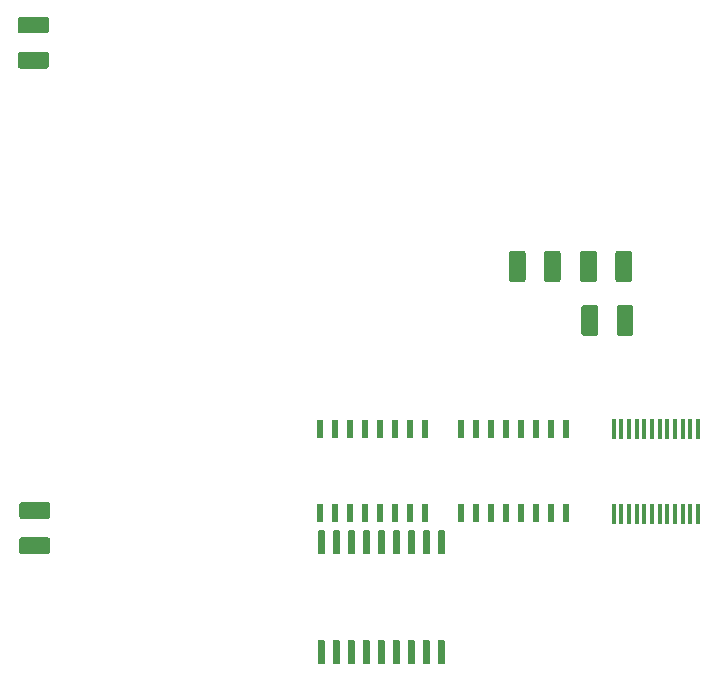
<source format=gbr>
G04 #@! TF.GenerationSoftware,KiCad,Pcbnew,(5.1.4-0-10_14)*
G04 #@! TF.CreationDate,2020-02-23T16:46:41+00:00*
G04 #@! TF.ProjectId,Bottom PCB,426f7474-6f6d-4205-9043-422e6b696361,rev?*
G04 #@! TF.SameCoordinates,Original*
G04 #@! TF.FileFunction,Paste,Bot*
G04 #@! TF.FilePolarity,Positive*
%FSLAX46Y46*%
G04 Gerber Fmt 4.6, Leading zero omitted, Abs format (unit mm)*
G04 Created by KiCad (PCBNEW (5.1.4-0-10_14)) date 2020-02-23 16:46:41*
%MOMM*%
%LPD*%
G04 APERTURE LIST*
%ADD10C,0.100000*%
%ADD11C,0.600000*%
%ADD12R,0.450000X1.750000*%
%ADD13C,1.425000*%
%ADD14R,0.600000X1.500000*%
G04 APERTURE END LIST*
D10*
G36*
X139102703Y-119703722D02*
G01*
X139117264Y-119705882D01*
X139131543Y-119709459D01*
X139145403Y-119714418D01*
X139158710Y-119720712D01*
X139171336Y-119728280D01*
X139183159Y-119737048D01*
X139194066Y-119746934D01*
X139203952Y-119757841D01*
X139212720Y-119769664D01*
X139220288Y-119782290D01*
X139226582Y-119795597D01*
X139231541Y-119809457D01*
X139235118Y-119823736D01*
X139237278Y-119838297D01*
X139238000Y-119853000D01*
X139238000Y-121603000D01*
X139237278Y-121617703D01*
X139235118Y-121632264D01*
X139231541Y-121646543D01*
X139226582Y-121660403D01*
X139220288Y-121673710D01*
X139212720Y-121686336D01*
X139203952Y-121698159D01*
X139194066Y-121709066D01*
X139183159Y-121718952D01*
X139171336Y-121727720D01*
X139158710Y-121735288D01*
X139145403Y-121741582D01*
X139131543Y-121746541D01*
X139117264Y-121750118D01*
X139102703Y-121752278D01*
X139088000Y-121753000D01*
X138788000Y-121753000D01*
X138773297Y-121752278D01*
X138758736Y-121750118D01*
X138744457Y-121746541D01*
X138730597Y-121741582D01*
X138717290Y-121735288D01*
X138704664Y-121727720D01*
X138692841Y-121718952D01*
X138681934Y-121709066D01*
X138672048Y-121698159D01*
X138663280Y-121686336D01*
X138655712Y-121673710D01*
X138649418Y-121660403D01*
X138644459Y-121646543D01*
X138640882Y-121632264D01*
X138638722Y-121617703D01*
X138638000Y-121603000D01*
X138638000Y-119853000D01*
X138638722Y-119838297D01*
X138640882Y-119823736D01*
X138644459Y-119809457D01*
X138649418Y-119795597D01*
X138655712Y-119782290D01*
X138663280Y-119769664D01*
X138672048Y-119757841D01*
X138681934Y-119746934D01*
X138692841Y-119737048D01*
X138704664Y-119728280D01*
X138717290Y-119720712D01*
X138730597Y-119714418D01*
X138744457Y-119709459D01*
X138758736Y-119705882D01*
X138773297Y-119703722D01*
X138788000Y-119703000D01*
X139088000Y-119703000D01*
X139102703Y-119703722D01*
X139102703Y-119703722D01*
G37*
D11*
X138938000Y-120728000D03*
D10*
G36*
X140372703Y-119703722D02*
G01*
X140387264Y-119705882D01*
X140401543Y-119709459D01*
X140415403Y-119714418D01*
X140428710Y-119720712D01*
X140441336Y-119728280D01*
X140453159Y-119737048D01*
X140464066Y-119746934D01*
X140473952Y-119757841D01*
X140482720Y-119769664D01*
X140490288Y-119782290D01*
X140496582Y-119795597D01*
X140501541Y-119809457D01*
X140505118Y-119823736D01*
X140507278Y-119838297D01*
X140508000Y-119853000D01*
X140508000Y-121603000D01*
X140507278Y-121617703D01*
X140505118Y-121632264D01*
X140501541Y-121646543D01*
X140496582Y-121660403D01*
X140490288Y-121673710D01*
X140482720Y-121686336D01*
X140473952Y-121698159D01*
X140464066Y-121709066D01*
X140453159Y-121718952D01*
X140441336Y-121727720D01*
X140428710Y-121735288D01*
X140415403Y-121741582D01*
X140401543Y-121746541D01*
X140387264Y-121750118D01*
X140372703Y-121752278D01*
X140358000Y-121753000D01*
X140058000Y-121753000D01*
X140043297Y-121752278D01*
X140028736Y-121750118D01*
X140014457Y-121746541D01*
X140000597Y-121741582D01*
X139987290Y-121735288D01*
X139974664Y-121727720D01*
X139962841Y-121718952D01*
X139951934Y-121709066D01*
X139942048Y-121698159D01*
X139933280Y-121686336D01*
X139925712Y-121673710D01*
X139919418Y-121660403D01*
X139914459Y-121646543D01*
X139910882Y-121632264D01*
X139908722Y-121617703D01*
X139908000Y-121603000D01*
X139908000Y-119853000D01*
X139908722Y-119838297D01*
X139910882Y-119823736D01*
X139914459Y-119809457D01*
X139919418Y-119795597D01*
X139925712Y-119782290D01*
X139933280Y-119769664D01*
X139942048Y-119757841D01*
X139951934Y-119746934D01*
X139962841Y-119737048D01*
X139974664Y-119728280D01*
X139987290Y-119720712D01*
X140000597Y-119714418D01*
X140014457Y-119709459D01*
X140028736Y-119705882D01*
X140043297Y-119703722D01*
X140058000Y-119703000D01*
X140358000Y-119703000D01*
X140372703Y-119703722D01*
X140372703Y-119703722D01*
G37*
D11*
X140208000Y-120728000D03*
D10*
G36*
X141642703Y-119703722D02*
G01*
X141657264Y-119705882D01*
X141671543Y-119709459D01*
X141685403Y-119714418D01*
X141698710Y-119720712D01*
X141711336Y-119728280D01*
X141723159Y-119737048D01*
X141734066Y-119746934D01*
X141743952Y-119757841D01*
X141752720Y-119769664D01*
X141760288Y-119782290D01*
X141766582Y-119795597D01*
X141771541Y-119809457D01*
X141775118Y-119823736D01*
X141777278Y-119838297D01*
X141778000Y-119853000D01*
X141778000Y-121603000D01*
X141777278Y-121617703D01*
X141775118Y-121632264D01*
X141771541Y-121646543D01*
X141766582Y-121660403D01*
X141760288Y-121673710D01*
X141752720Y-121686336D01*
X141743952Y-121698159D01*
X141734066Y-121709066D01*
X141723159Y-121718952D01*
X141711336Y-121727720D01*
X141698710Y-121735288D01*
X141685403Y-121741582D01*
X141671543Y-121746541D01*
X141657264Y-121750118D01*
X141642703Y-121752278D01*
X141628000Y-121753000D01*
X141328000Y-121753000D01*
X141313297Y-121752278D01*
X141298736Y-121750118D01*
X141284457Y-121746541D01*
X141270597Y-121741582D01*
X141257290Y-121735288D01*
X141244664Y-121727720D01*
X141232841Y-121718952D01*
X141221934Y-121709066D01*
X141212048Y-121698159D01*
X141203280Y-121686336D01*
X141195712Y-121673710D01*
X141189418Y-121660403D01*
X141184459Y-121646543D01*
X141180882Y-121632264D01*
X141178722Y-121617703D01*
X141178000Y-121603000D01*
X141178000Y-119853000D01*
X141178722Y-119838297D01*
X141180882Y-119823736D01*
X141184459Y-119809457D01*
X141189418Y-119795597D01*
X141195712Y-119782290D01*
X141203280Y-119769664D01*
X141212048Y-119757841D01*
X141221934Y-119746934D01*
X141232841Y-119737048D01*
X141244664Y-119728280D01*
X141257290Y-119720712D01*
X141270597Y-119714418D01*
X141284457Y-119709459D01*
X141298736Y-119705882D01*
X141313297Y-119703722D01*
X141328000Y-119703000D01*
X141628000Y-119703000D01*
X141642703Y-119703722D01*
X141642703Y-119703722D01*
G37*
D11*
X141478000Y-120728000D03*
D10*
G36*
X142912703Y-119703722D02*
G01*
X142927264Y-119705882D01*
X142941543Y-119709459D01*
X142955403Y-119714418D01*
X142968710Y-119720712D01*
X142981336Y-119728280D01*
X142993159Y-119737048D01*
X143004066Y-119746934D01*
X143013952Y-119757841D01*
X143022720Y-119769664D01*
X143030288Y-119782290D01*
X143036582Y-119795597D01*
X143041541Y-119809457D01*
X143045118Y-119823736D01*
X143047278Y-119838297D01*
X143048000Y-119853000D01*
X143048000Y-121603000D01*
X143047278Y-121617703D01*
X143045118Y-121632264D01*
X143041541Y-121646543D01*
X143036582Y-121660403D01*
X143030288Y-121673710D01*
X143022720Y-121686336D01*
X143013952Y-121698159D01*
X143004066Y-121709066D01*
X142993159Y-121718952D01*
X142981336Y-121727720D01*
X142968710Y-121735288D01*
X142955403Y-121741582D01*
X142941543Y-121746541D01*
X142927264Y-121750118D01*
X142912703Y-121752278D01*
X142898000Y-121753000D01*
X142598000Y-121753000D01*
X142583297Y-121752278D01*
X142568736Y-121750118D01*
X142554457Y-121746541D01*
X142540597Y-121741582D01*
X142527290Y-121735288D01*
X142514664Y-121727720D01*
X142502841Y-121718952D01*
X142491934Y-121709066D01*
X142482048Y-121698159D01*
X142473280Y-121686336D01*
X142465712Y-121673710D01*
X142459418Y-121660403D01*
X142454459Y-121646543D01*
X142450882Y-121632264D01*
X142448722Y-121617703D01*
X142448000Y-121603000D01*
X142448000Y-119853000D01*
X142448722Y-119838297D01*
X142450882Y-119823736D01*
X142454459Y-119809457D01*
X142459418Y-119795597D01*
X142465712Y-119782290D01*
X142473280Y-119769664D01*
X142482048Y-119757841D01*
X142491934Y-119746934D01*
X142502841Y-119737048D01*
X142514664Y-119728280D01*
X142527290Y-119720712D01*
X142540597Y-119714418D01*
X142554457Y-119709459D01*
X142568736Y-119705882D01*
X142583297Y-119703722D01*
X142598000Y-119703000D01*
X142898000Y-119703000D01*
X142912703Y-119703722D01*
X142912703Y-119703722D01*
G37*
D11*
X142748000Y-120728000D03*
D10*
G36*
X144182703Y-119703722D02*
G01*
X144197264Y-119705882D01*
X144211543Y-119709459D01*
X144225403Y-119714418D01*
X144238710Y-119720712D01*
X144251336Y-119728280D01*
X144263159Y-119737048D01*
X144274066Y-119746934D01*
X144283952Y-119757841D01*
X144292720Y-119769664D01*
X144300288Y-119782290D01*
X144306582Y-119795597D01*
X144311541Y-119809457D01*
X144315118Y-119823736D01*
X144317278Y-119838297D01*
X144318000Y-119853000D01*
X144318000Y-121603000D01*
X144317278Y-121617703D01*
X144315118Y-121632264D01*
X144311541Y-121646543D01*
X144306582Y-121660403D01*
X144300288Y-121673710D01*
X144292720Y-121686336D01*
X144283952Y-121698159D01*
X144274066Y-121709066D01*
X144263159Y-121718952D01*
X144251336Y-121727720D01*
X144238710Y-121735288D01*
X144225403Y-121741582D01*
X144211543Y-121746541D01*
X144197264Y-121750118D01*
X144182703Y-121752278D01*
X144168000Y-121753000D01*
X143868000Y-121753000D01*
X143853297Y-121752278D01*
X143838736Y-121750118D01*
X143824457Y-121746541D01*
X143810597Y-121741582D01*
X143797290Y-121735288D01*
X143784664Y-121727720D01*
X143772841Y-121718952D01*
X143761934Y-121709066D01*
X143752048Y-121698159D01*
X143743280Y-121686336D01*
X143735712Y-121673710D01*
X143729418Y-121660403D01*
X143724459Y-121646543D01*
X143720882Y-121632264D01*
X143718722Y-121617703D01*
X143718000Y-121603000D01*
X143718000Y-119853000D01*
X143718722Y-119838297D01*
X143720882Y-119823736D01*
X143724459Y-119809457D01*
X143729418Y-119795597D01*
X143735712Y-119782290D01*
X143743280Y-119769664D01*
X143752048Y-119757841D01*
X143761934Y-119746934D01*
X143772841Y-119737048D01*
X143784664Y-119728280D01*
X143797290Y-119720712D01*
X143810597Y-119714418D01*
X143824457Y-119709459D01*
X143838736Y-119705882D01*
X143853297Y-119703722D01*
X143868000Y-119703000D01*
X144168000Y-119703000D01*
X144182703Y-119703722D01*
X144182703Y-119703722D01*
G37*
D11*
X144018000Y-120728000D03*
D10*
G36*
X145452703Y-119703722D02*
G01*
X145467264Y-119705882D01*
X145481543Y-119709459D01*
X145495403Y-119714418D01*
X145508710Y-119720712D01*
X145521336Y-119728280D01*
X145533159Y-119737048D01*
X145544066Y-119746934D01*
X145553952Y-119757841D01*
X145562720Y-119769664D01*
X145570288Y-119782290D01*
X145576582Y-119795597D01*
X145581541Y-119809457D01*
X145585118Y-119823736D01*
X145587278Y-119838297D01*
X145588000Y-119853000D01*
X145588000Y-121603000D01*
X145587278Y-121617703D01*
X145585118Y-121632264D01*
X145581541Y-121646543D01*
X145576582Y-121660403D01*
X145570288Y-121673710D01*
X145562720Y-121686336D01*
X145553952Y-121698159D01*
X145544066Y-121709066D01*
X145533159Y-121718952D01*
X145521336Y-121727720D01*
X145508710Y-121735288D01*
X145495403Y-121741582D01*
X145481543Y-121746541D01*
X145467264Y-121750118D01*
X145452703Y-121752278D01*
X145438000Y-121753000D01*
X145138000Y-121753000D01*
X145123297Y-121752278D01*
X145108736Y-121750118D01*
X145094457Y-121746541D01*
X145080597Y-121741582D01*
X145067290Y-121735288D01*
X145054664Y-121727720D01*
X145042841Y-121718952D01*
X145031934Y-121709066D01*
X145022048Y-121698159D01*
X145013280Y-121686336D01*
X145005712Y-121673710D01*
X144999418Y-121660403D01*
X144994459Y-121646543D01*
X144990882Y-121632264D01*
X144988722Y-121617703D01*
X144988000Y-121603000D01*
X144988000Y-119853000D01*
X144988722Y-119838297D01*
X144990882Y-119823736D01*
X144994459Y-119809457D01*
X144999418Y-119795597D01*
X145005712Y-119782290D01*
X145013280Y-119769664D01*
X145022048Y-119757841D01*
X145031934Y-119746934D01*
X145042841Y-119737048D01*
X145054664Y-119728280D01*
X145067290Y-119720712D01*
X145080597Y-119714418D01*
X145094457Y-119709459D01*
X145108736Y-119705882D01*
X145123297Y-119703722D01*
X145138000Y-119703000D01*
X145438000Y-119703000D01*
X145452703Y-119703722D01*
X145452703Y-119703722D01*
G37*
D11*
X145288000Y-120728000D03*
D10*
G36*
X146722703Y-119703722D02*
G01*
X146737264Y-119705882D01*
X146751543Y-119709459D01*
X146765403Y-119714418D01*
X146778710Y-119720712D01*
X146791336Y-119728280D01*
X146803159Y-119737048D01*
X146814066Y-119746934D01*
X146823952Y-119757841D01*
X146832720Y-119769664D01*
X146840288Y-119782290D01*
X146846582Y-119795597D01*
X146851541Y-119809457D01*
X146855118Y-119823736D01*
X146857278Y-119838297D01*
X146858000Y-119853000D01*
X146858000Y-121603000D01*
X146857278Y-121617703D01*
X146855118Y-121632264D01*
X146851541Y-121646543D01*
X146846582Y-121660403D01*
X146840288Y-121673710D01*
X146832720Y-121686336D01*
X146823952Y-121698159D01*
X146814066Y-121709066D01*
X146803159Y-121718952D01*
X146791336Y-121727720D01*
X146778710Y-121735288D01*
X146765403Y-121741582D01*
X146751543Y-121746541D01*
X146737264Y-121750118D01*
X146722703Y-121752278D01*
X146708000Y-121753000D01*
X146408000Y-121753000D01*
X146393297Y-121752278D01*
X146378736Y-121750118D01*
X146364457Y-121746541D01*
X146350597Y-121741582D01*
X146337290Y-121735288D01*
X146324664Y-121727720D01*
X146312841Y-121718952D01*
X146301934Y-121709066D01*
X146292048Y-121698159D01*
X146283280Y-121686336D01*
X146275712Y-121673710D01*
X146269418Y-121660403D01*
X146264459Y-121646543D01*
X146260882Y-121632264D01*
X146258722Y-121617703D01*
X146258000Y-121603000D01*
X146258000Y-119853000D01*
X146258722Y-119838297D01*
X146260882Y-119823736D01*
X146264459Y-119809457D01*
X146269418Y-119795597D01*
X146275712Y-119782290D01*
X146283280Y-119769664D01*
X146292048Y-119757841D01*
X146301934Y-119746934D01*
X146312841Y-119737048D01*
X146324664Y-119728280D01*
X146337290Y-119720712D01*
X146350597Y-119714418D01*
X146364457Y-119709459D01*
X146378736Y-119705882D01*
X146393297Y-119703722D01*
X146408000Y-119703000D01*
X146708000Y-119703000D01*
X146722703Y-119703722D01*
X146722703Y-119703722D01*
G37*
D11*
X146558000Y-120728000D03*
D10*
G36*
X147992703Y-119703722D02*
G01*
X148007264Y-119705882D01*
X148021543Y-119709459D01*
X148035403Y-119714418D01*
X148048710Y-119720712D01*
X148061336Y-119728280D01*
X148073159Y-119737048D01*
X148084066Y-119746934D01*
X148093952Y-119757841D01*
X148102720Y-119769664D01*
X148110288Y-119782290D01*
X148116582Y-119795597D01*
X148121541Y-119809457D01*
X148125118Y-119823736D01*
X148127278Y-119838297D01*
X148128000Y-119853000D01*
X148128000Y-121603000D01*
X148127278Y-121617703D01*
X148125118Y-121632264D01*
X148121541Y-121646543D01*
X148116582Y-121660403D01*
X148110288Y-121673710D01*
X148102720Y-121686336D01*
X148093952Y-121698159D01*
X148084066Y-121709066D01*
X148073159Y-121718952D01*
X148061336Y-121727720D01*
X148048710Y-121735288D01*
X148035403Y-121741582D01*
X148021543Y-121746541D01*
X148007264Y-121750118D01*
X147992703Y-121752278D01*
X147978000Y-121753000D01*
X147678000Y-121753000D01*
X147663297Y-121752278D01*
X147648736Y-121750118D01*
X147634457Y-121746541D01*
X147620597Y-121741582D01*
X147607290Y-121735288D01*
X147594664Y-121727720D01*
X147582841Y-121718952D01*
X147571934Y-121709066D01*
X147562048Y-121698159D01*
X147553280Y-121686336D01*
X147545712Y-121673710D01*
X147539418Y-121660403D01*
X147534459Y-121646543D01*
X147530882Y-121632264D01*
X147528722Y-121617703D01*
X147528000Y-121603000D01*
X147528000Y-119853000D01*
X147528722Y-119838297D01*
X147530882Y-119823736D01*
X147534459Y-119809457D01*
X147539418Y-119795597D01*
X147545712Y-119782290D01*
X147553280Y-119769664D01*
X147562048Y-119757841D01*
X147571934Y-119746934D01*
X147582841Y-119737048D01*
X147594664Y-119728280D01*
X147607290Y-119720712D01*
X147620597Y-119714418D01*
X147634457Y-119709459D01*
X147648736Y-119705882D01*
X147663297Y-119703722D01*
X147678000Y-119703000D01*
X147978000Y-119703000D01*
X147992703Y-119703722D01*
X147992703Y-119703722D01*
G37*
D11*
X147828000Y-120728000D03*
D10*
G36*
X149262703Y-119703722D02*
G01*
X149277264Y-119705882D01*
X149291543Y-119709459D01*
X149305403Y-119714418D01*
X149318710Y-119720712D01*
X149331336Y-119728280D01*
X149343159Y-119737048D01*
X149354066Y-119746934D01*
X149363952Y-119757841D01*
X149372720Y-119769664D01*
X149380288Y-119782290D01*
X149386582Y-119795597D01*
X149391541Y-119809457D01*
X149395118Y-119823736D01*
X149397278Y-119838297D01*
X149398000Y-119853000D01*
X149398000Y-121603000D01*
X149397278Y-121617703D01*
X149395118Y-121632264D01*
X149391541Y-121646543D01*
X149386582Y-121660403D01*
X149380288Y-121673710D01*
X149372720Y-121686336D01*
X149363952Y-121698159D01*
X149354066Y-121709066D01*
X149343159Y-121718952D01*
X149331336Y-121727720D01*
X149318710Y-121735288D01*
X149305403Y-121741582D01*
X149291543Y-121746541D01*
X149277264Y-121750118D01*
X149262703Y-121752278D01*
X149248000Y-121753000D01*
X148948000Y-121753000D01*
X148933297Y-121752278D01*
X148918736Y-121750118D01*
X148904457Y-121746541D01*
X148890597Y-121741582D01*
X148877290Y-121735288D01*
X148864664Y-121727720D01*
X148852841Y-121718952D01*
X148841934Y-121709066D01*
X148832048Y-121698159D01*
X148823280Y-121686336D01*
X148815712Y-121673710D01*
X148809418Y-121660403D01*
X148804459Y-121646543D01*
X148800882Y-121632264D01*
X148798722Y-121617703D01*
X148798000Y-121603000D01*
X148798000Y-119853000D01*
X148798722Y-119838297D01*
X148800882Y-119823736D01*
X148804459Y-119809457D01*
X148809418Y-119795597D01*
X148815712Y-119782290D01*
X148823280Y-119769664D01*
X148832048Y-119757841D01*
X148841934Y-119746934D01*
X148852841Y-119737048D01*
X148864664Y-119728280D01*
X148877290Y-119720712D01*
X148890597Y-119714418D01*
X148904457Y-119709459D01*
X148918736Y-119705882D01*
X148933297Y-119703722D01*
X148948000Y-119703000D01*
X149248000Y-119703000D01*
X149262703Y-119703722D01*
X149262703Y-119703722D01*
G37*
D11*
X149098000Y-120728000D03*
D10*
G36*
X149262703Y-110403722D02*
G01*
X149277264Y-110405882D01*
X149291543Y-110409459D01*
X149305403Y-110414418D01*
X149318710Y-110420712D01*
X149331336Y-110428280D01*
X149343159Y-110437048D01*
X149354066Y-110446934D01*
X149363952Y-110457841D01*
X149372720Y-110469664D01*
X149380288Y-110482290D01*
X149386582Y-110495597D01*
X149391541Y-110509457D01*
X149395118Y-110523736D01*
X149397278Y-110538297D01*
X149398000Y-110553000D01*
X149398000Y-112303000D01*
X149397278Y-112317703D01*
X149395118Y-112332264D01*
X149391541Y-112346543D01*
X149386582Y-112360403D01*
X149380288Y-112373710D01*
X149372720Y-112386336D01*
X149363952Y-112398159D01*
X149354066Y-112409066D01*
X149343159Y-112418952D01*
X149331336Y-112427720D01*
X149318710Y-112435288D01*
X149305403Y-112441582D01*
X149291543Y-112446541D01*
X149277264Y-112450118D01*
X149262703Y-112452278D01*
X149248000Y-112453000D01*
X148948000Y-112453000D01*
X148933297Y-112452278D01*
X148918736Y-112450118D01*
X148904457Y-112446541D01*
X148890597Y-112441582D01*
X148877290Y-112435288D01*
X148864664Y-112427720D01*
X148852841Y-112418952D01*
X148841934Y-112409066D01*
X148832048Y-112398159D01*
X148823280Y-112386336D01*
X148815712Y-112373710D01*
X148809418Y-112360403D01*
X148804459Y-112346543D01*
X148800882Y-112332264D01*
X148798722Y-112317703D01*
X148798000Y-112303000D01*
X148798000Y-110553000D01*
X148798722Y-110538297D01*
X148800882Y-110523736D01*
X148804459Y-110509457D01*
X148809418Y-110495597D01*
X148815712Y-110482290D01*
X148823280Y-110469664D01*
X148832048Y-110457841D01*
X148841934Y-110446934D01*
X148852841Y-110437048D01*
X148864664Y-110428280D01*
X148877290Y-110420712D01*
X148890597Y-110414418D01*
X148904457Y-110409459D01*
X148918736Y-110405882D01*
X148933297Y-110403722D01*
X148948000Y-110403000D01*
X149248000Y-110403000D01*
X149262703Y-110403722D01*
X149262703Y-110403722D01*
G37*
D11*
X149098000Y-111428000D03*
D10*
G36*
X147992703Y-110403722D02*
G01*
X148007264Y-110405882D01*
X148021543Y-110409459D01*
X148035403Y-110414418D01*
X148048710Y-110420712D01*
X148061336Y-110428280D01*
X148073159Y-110437048D01*
X148084066Y-110446934D01*
X148093952Y-110457841D01*
X148102720Y-110469664D01*
X148110288Y-110482290D01*
X148116582Y-110495597D01*
X148121541Y-110509457D01*
X148125118Y-110523736D01*
X148127278Y-110538297D01*
X148128000Y-110553000D01*
X148128000Y-112303000D01*
X148127278Y-112317703D01*
X148125118Y-112332264D01*
X148121541Y-112346543D01*
X148116582Y-112360403D01*
X148110288Y-112373710D01*
X148102720Y-112386336D01*
X148093952Y-112398159D01*
X148084066Y-112409066D01*
X148073159Y-112418952D01*
X148061336Y-112427720D01*
X148048710Y-112435288D01*
X148035403Y-112441582D01*
X148021543Y-112446541D01*
X148007264Y-112450118D01*
X147992703Y-112452278D01*
X147978000Y-112453000D01*
X147678000Y-112453000D01*
X147663297Y-112452278D01*
X147648736Y-112450118D01*
X147634457Y-112446541D01*
X147620597Y-112441582D01*
X147607290Y-112435288D01*
X147594664Y-112427720D01*
X147582841Y-112418952D01*
X147571934Y-112409066D01*
X147562048Y-112398159D01*
X147553280Y-112386336D01*
X147545712Y-112373710D01*
X147539418Y-112360403D01*
X147534459Y-112346543D01*
X147530882Y-112332264D01*
X147528722Y-112317703D01*
X147528000Y-112303000D01*
X147528000Y-110553000D01*
X147528722Y-110538297D01*
X147530882Y-110523736D01*
X147534459Y-110509457D01*
X147539418Y-110495597D01*
X147545712Y-110482290D01*
X147553280Y-110469664D01*
X147562048Y-110457841D01*
X147571934Y-110446934D01*
X147582841Y-110437048D01*
X147594664Y-110428280D01*
X147607290Y-110420712D01*
X147620597Y-110414418D01*
X147634457Y-110409459D01*
X147648736Y-110405882D01*
X147663297Y-110403722D01*
X147678000Y-110403000D01*
X147978000Y-110403000D01*
X147992703Y-110403722D01*
X147992703Y-110403722D01*
G37*
D11*
X147828000Y-111428000D03*
D10*
G36*
X146722703Y-110403722D02*
G01*
X146737264Y-110405882D01*
X146751543Y-110409459D01*
X146765403Y-110414418D01*
X146778710Y-110420712D01*
X146791336Y-110428280D01*
X146803159Y-110437048D01*
X146814066Y-110446934D01*
X146823952Y-110457841D01*
X146832720Y-110469664D01*
X146840288Y-110482290D01*
X146846582Y-110495597D01*
X146851541Y-110509457D01*
X146855118Y-110523736D01*
X146857278Y-110538297D01*
X146858000Y-110553000D01*
X146858000Y-112303000D01*
X146857278Y-112317703D01*
X146855118Y-112332264D01*
X146851541Y-112346543D01*
X146846582Y-112360403D01*
X146840288Y-112373710D01*
X146832720Y-112386336D01*
X146823952Y-112398159D01*
X146814066Y-112409066D01*
X146803159Y-112418952D01*
X146791336Y-112427720D01*
X146778710Y-112435288D01*
X146765403Y-112441582D01*
X146751543Y-112446541D01*
X146737264Y-112450118D01*
X146722703Y-112452278D01*
X146708000Y-112453000D01*
X146408000Y-112453000D01*
X146393297Y-112452278D01*
X146378736Y-112450118D01*
X146364457Y-112446541D01*
X146350597Y-112441582D01*
X146337290Y-112435288D01*
X146324664Y-112427720D01*
X146312841Y-112418952D01*
X146301934Y-112409066D01*
X146292048Y-112398159D01*
X146283280Y-112386336D01*
X146275712Y-112373710D01*
X146269418Y-112360403D01*
X146264459Y-112346543D01*
X146260882Y-112332264D01*
X146258722Y-112317703D01*
X146258000Y-112303000D01*
X146258000Y-110553000D01*
X146258722Y-110538297D01*
X146260882Y-110523736D01*
X146264459Y-110509457D01*
X146269418Y-110495597D01*
X146275712Y-110482290D01*
X146283280Y-110469664D01*
X146292048Y-110457841D01*
X146301934Y-110446934D01*
X146312841Y-110437048D01*
X146324664Y-110428280D01*
X146337290Y-110420712D01*
X146350597Y-110414418D01*
X146364457Y-110409459D01*
X146378736Y-110405882D01*
X146393297Y-110403722D01*
X146408000Y-110403000D01*
X146708000Y-110403000D01*
X146722703Y-110403722D01*
X146722703Y-110403722D01*
G37*
D11*
X146558000Y-111428000D03*
D10*
G36*
X145452703Y-110403722D02*
G01*
X145467264Y-110405882D01*
X145481543Y-110409459D01*
X145495403Y-110414418D01*
X145508710Y-110420712D01*
X145521336Y-110428280D01*
X145533159Y-110437048D01*
X145544066Y-110446934D01*
X145553952Y-110457841D01*
X145562720Y-110469664D01*
X145570288Y-110482290D01*
X145576582Y-110495597D01*
X145581541Y-110509457D01*
X145585118Y-110523736D01*
X145587278Y-110538297D01*
X145588000Y-110553000D01*
X145588000Y-112303000D01*
X145587278Y-112317703D01*
X145585118Y-112332264D01*
X145581541Y-112346543D01*
X145576582Y-112360403D01*
X145570288Y-112373710D01*
X145562720Y-112386336D01*
X145553952Y-112398159D01*
X145544066Y-112409066D01*
X145533159Y-112418952D01*
X145521336Y-112427720D01*
X145508710Y-112435288D01*
X145495403Y-112441582D01*
X145481543Y-112446541D01*
X145467264Y-112450118D01*
X145452703Y-112452278D01*
X145438000Y-112453000D01*
X145138000Y-112453000D01*
X145123297Y-112452278D01*
X145108736Y-112450118D01*
X145094457Y-112446541D01*
X145080597Y-112441582D01*
X145067290Y-112435288D01*
X145054664Y-112427720D01*
X145042841Y-112418952D01*
X145031934Y-112409066D01*
X145022048Y-112398159D01*
X145013280Y-112386336D01*
X145005712Y-112373710D01*
X144999418Y-112360403D01*
X144994459Y-112346543D01*
X144990882Y-112332264D01*
X144988722Y-112317703D01*
X144988000Y-112303000D01*
X144988000Y-110553000D01*
X144988722Y-110538297D01*
X144990882Y-110523736D01*
X144994459Y-110509457D01*
X144999418Y-110495597D01*
X145005712Y-110482290D01*
X145013280Y-110469664D01*
X145022048Y-110457841D01*
X145031934Y-110446934D01*
X145042841Y-110437048D01*
X145054664Y-110428280D01*
X145067290Y-110420712D01*
X145080597Y-110414418D01*
X145094457Y-110409459D01*
X145108736Y-110405882D01*
X145123297Y-110403722D01*
X145138000Y-110403000D01*
X145438000Y-110403000D01*
X145452703Y-110403722D01*
X145452703Y-110403722D01*
G37*
D11*
X145288000Y-111428000D03*
D10*
G36*
X144182703Y-110403722D02*
G01*
X144197264Y-110405882D01*
X144211543Y-110409459D01*
X144225403Y-110414418D01*
X144238710Y-110420712D01*
X144251336Y-110428280D01*
X144263159Y-110437048D01*
X144274066Y-110446934D01*
X144283952Y-110457841D01*
X144292720Y-110469664D01*
X144300288Y-110482290D01*
X144306582Y-110495597D01*
X144311541Y-110509457D01*
X144315118Y-110523736D01*
X144317278Y-110538297D01*
X144318000Y-110553000D01*
X144318000Y-112303000D01*
X144317278Y-112317703D01*
X144315118Y-112332264D01*
X144311541Y-112346543D01*
X144306582Y-112360403D01*
X144300288Y-112373710D01*
X144292720Y-112386336D01*
X144283952Y-112398159D01*
X144274066Y-112409066D01*
X144263159Y-112418952D01*
X144251336Y-112427720D01*
X144238710Y-112435288D01*
X144225403Y-112441582D01*
X144211543Y-112446541D01*
X144197264Y-112450118D01*
X144182703Y-112452278D01*
X144168000Y-112453000D01*
X143868000Y-112453000D01*
X143853297Y-112452278D01*
X143838736Y-112450118D01*
X143824457Y-112446541D01*
X143810597Y-112441582D01*
X143797290Y-112435288D01*
X143784664Y-112427720D01*
X143772841Y-112418952D01*
X143761934Y-112409066D01*
X143752048Y-112398159D01*
X143743280Y-112386336D01*
X143735712Y-112373710D01*
X143729418Y-112360403D01*
X143724459Y-112346543D01*
X143720882Y-112332264D01*
X143718722Y-112317703D01*
X143718000Y-112303000D01*
X143718000Y-110553000D01*
X143718722Y-110538297D01*
X143720882Y-110523736D01*
X143724459Y-110509457D01*
X143729418Y-110495597D01*
X143735712Y-110482290D01*
X143743280Y-110469664D01*
X143752048Y-110457841D01*
X143761934Y-110446934D01*
X143772841Y-110437048D01*
X143784664Y-110428280D01*
X143797290Y-110420712D01*
X143810597Y-110414418D01*
X143824457Y-110409459D01*
X143838736Y-110405882D01*
X143853297Y-110403722D01*
X143868000Y-110403000D01*
X144168000Y-110403000D01*
X144182703Y-110403722D01*
X144182703Y-110403722D01*
G37*
D11*
X144018000Y-111428000D03*
D10*
G36*
X142912703Y-110403722D02*
G01*
X142927264Y-110405882D01*
X142941543Y-110409459D01*
X142955403Y-110414418D01*
X142968710Y-110420712D01*
X142981336Y-110428280D01*
X142993159Y-110437048D01*
X143004066Y-110446934D01*
X143013952Y-110457841D01*
X143022720Y-110469664D01*
X143030288Y-110482290D01*
X143036582Y-110495597D01*
X143041541Y-110509457D01*
X143045118Y-110523736D01*
X143047278Y-110538297D01*
X143048000Y-110553000D01*
X143048000Y-112303000D01*
X143047278Y-112317703D01*
X143045118Y-112332264D01*
X143041541Y-112346543D01*
X143036582Y-112360403D01*
X143030288Y-112373710D01*
X143022720Y-112386336D01*
X143013952Y-112398159D01*
X143004066Y-112409066D01*
X142993159Y-112418952D01*
X142981336Y-112427720D01*
X142968710Y-112435288D01*
X142955403Y-112441582D01*
X142941543Y-112446541D01*
X142927264Y-112450118D01*
X142912703Y-112452278D01*
X142898000Y-112453000D01*
X142598000Y-112453000D01*
X142583297Y-112452278D01*
X142568736Y-112450118D01*
X142554457Y-112446541D01*
X142540597Y-112441582D01*
X142527290Y-112435288D01*
X142514664Y-112427720D01*
X142502841Y-112418952D01*
X142491934Y-112409066D01*
X142482048Y-112398159D01*
X142473280Y-112386336D01*
X142465712Y-112373710D01*
X142459418Y-112360403D01*
X142454459Y-112346543D01*
X142450882Y-112332264D01*
X142448722Y-112317703D01*
X142448000Y-112303000D01*
X142448000Y-110553000D01*
X142448722Y-110538297D01*
X142450882Y-110523736D01*
X142454459Y-110509457D01*
X142459418Y-110495597D01*
X142465712Y-110482290D01*
X142473280Y-110469664D01*
X142482048Y-110457841D01*
X142491934Y-110446934D01*
X142502841Y-110437048D01*
X142514664Y-110428280D01*
X142527290Y-110420712D01*
X142540597Y-110414418D01*
X142554457Y-110409459D01*
X142568736Y-110405882D01*
X142583297Y-110403722D01*
X142598000Y-110403000D01*
X142898000Y-110403000D01*
X142912703Y-110403722D01*
X142912703Y-110403722D01*
G37*
D11*
X142748000Y-111428000D03*
D10*
G36*
X141642703Y-110403722D02*
G01*
X141657264Y-110405882D01*
X141671543Y-110409459D01*
X141685403Y-110414418D01*
X141698710Y-110420712D01*
X141711336Y-110428280D01*
X141723159Y-110437048D01*
X141734066Y-110446934D01*
X141743952Y-110457841D01*
X141752720Y-110469664D01*
X141760288Y-110482290D01*
X141766582Y-110495597D01*
X141771541Y-110509457D01*
X141775118Y-110523736D01*
X141777278Y-110538297D01*
X141778000Y-110553000D01*
X141778000Y-112303000D01*
X141777278Y-112317703D01*
X141775118Y-112332264D01*
X141771541Y-112346543D01*
X141766582Y-112360403D01*
X141760288Y-112373710D01*
X141752720Y-112386336D01*
X141743952Y-112398159D01*
X141734066Y-112409066D01*
X141723159Y-112418952D01*
X141711336Y-112427720D01*
X141698710Y-112435288D01*
X141685403Y-112441582D01*
X141671543Y-112446541D01*
X141657264Y-112450118D01*
X141642703Y-112452278D01*
X141628000Y-112453000D01*
X141328000Y-112453000D01*
X141313297Y-112452278D01*
X141298736Y-112450118D01*
X141284457Y-112446541D01*
X141270597Y-112441582D01*
X141257290Y-112435288D01*
X141244664Y-112427720D01*
X141232841Y-112418952D01*
X141221934Y-112409066D01*
X141212048Y-112398159D01*
X141203280Y-112386336D01*
X141195712Y-112373710D01*
X141189418Y-112360403D01*
X141184459Y-112346543D01*
X141180882Y-112332264D01*
X141178722Y-112317703D01*
X141178000Y-112303000D01*
X141178000Y-110553000D01*
X141178722Y-110538297D01*
X141180882Y-110523736D01*
X141184459Y-110509457D01*
X141189418Y-110495597D01*
X141195712Y-110482290D01*
X141203280Y-110469664D01*
X141212048Y-110457841D01*
X141221934Y-110446934D01*
X141232841Y-110437048D01*
X141244664Y-110428280D01*
X141257290Y-110420712D01*
X141270597Y-110414418D01*
X141284457Y-110409459D01*
X141298736Y-110405882D01*
X141313297Y-110403722D01*
X141328000Y-110403000D01*
X141628000Y-110403000D01*
X141642703Y-110403722D01*
X141642703Y-110403722D01*
G37*
D11*
X141478000Y-111428000D03*
D10*
G36*
X140372703Y-110403722D02*
G01*
X140387264Y-110405882D01*
X140401543Y-110409459D01*
X140415403Y-110414418D01*
X140428710Y-110420712D01*
X140441336Y-110428280D01*
X140453159Y-110437048D01*
X140464066Y-110446934D01*
X140473952Y-110457841D01*
X140482720Y-110469664D01*
X140490288Y-110482290D01*
X140496582Y-110495597D01*
X140501541Y-110509457D01*
X140505118Y-110523736D01*
X140507278Y-110538297D01*
X140508000Y-110553000D01*
X140508000Y-112303000D01*
X140507278Y-112317703D01*
X140505118Y-112332264D01*
X140501541Y-112346543D01*
X140496582Y-112360403D01*
X140490288Y-112373710D01*
X140482720Y-112386336D01*
X140473952Y-112398159D01*
X140464066Y-112409066D01*
X140453159Y-112418952D01*
X140441336Y-112427720D01*
X140428710Y-112435288D01*
X140415403Y-112441582D01*
X140401543Y-112446541D01*
X140387264Y-112450118D01*
X140372703Y-112452278D01*
X140358000Y-112453000D01*
X140058000Y-112453000D01*
X140043297Y-112452278D01*
X140028736Y-112450118D01*
X140014457Y-112446541D01*
X140000597Y-112441582D01*
X139987290Y-112435288D01*
X139974664Y-112427720D01*
X139962841Y-112418952D01*
X139951934Y-112409066D01*
X139942048Y-112398159D01*
X139933280Y-112386336D01*
X139925712Y-112373710D01*
X139919418Y-112360403D01*
X139914459Y-112346543D01*
X139910882Y-112332264D01*
X139908722Y-112317703D01*
X139908000Y-112303000D01*
X139908000Y-110553000D01*
X139908722Y-110538297D01*
X139910882Y-110523736D01*
X139914459Y-110509457D01*
X139919418Y-110495597D01*
X139925712Y-110482290D01*
X139933280Y-110469664D01*
X139942048Y-110457841D01*
X139951934Y-110446934D01*
X139962841Y-110437048D01*
X139974664Y-110428280D01*
X139987290Y-110420712D01*
X140000597Y-110414418D01*
X140014457Y-110409459D01*
X140028736Y-110405882D01*
X140043297Y-110403722D01*
X140058000Y-110403000D01*
X140358000Y-110403000D01*
X140372703Y-110403722D01*
X140372703Y-110403722D01*
G37*
D11*
X140208000Y-111428000D03*
D10*
G36*
X139102703Y-110403722D02*
G01*
X139117264Y-110405882D01*
X139131543Y-110409459D01*
X139145403Y-110414418D01*
X139158710Y-110420712D01*
X139171336Y-110428280D01*
X139183159Y-110437048D01*
X139194066Y-110446934D01*
X139203952Y-110457841D01*
X139212720Y-110469664D01*
X139220288Y-110482290D01*
X139226582Y-110495597D01*
X139231541Y-110509457D01*
X139235118Y-110523736D01*
X139237278Y-110538297D01*
X139238000Y-110553000D01*
X139238000Y-112303000D01*
X139237278Y-112317703D01*
X139235118Y-112332264D01*
X139231541Y-112346543D01*
X139226582Y-112360403D01*
X139220288Y-112373710D01*
X139212720Y-112386336D01*
X139203952Y-112398159D01*
X139194066Y-112409066D01*
X139183159Y-112418952D01*
X139171336Y-112427720D01*
X139158710Y-112435288D01*
X139145403Y-112441582D01*
X139131543Y-112446541D01*
X139117264Y-112450118D01*
X139102703Y-112452278D01*
X139088000Y-112453000D01*
X138788000Y-112453000D01*
X138773297Y-112452278D01*
X138758736Y-112450118D01*
X138744457Y-112446541D01*
X138730597Y-112441582D01*
X138717290Y-112435288D01*
X138704664Y-112427720D01*
X138692841Y-112418952D01*
X138681934Y-112409066D01*
X138672048Y-112398159D01*
X138663280Y-112386336D01*
X138655712Y-112373710D01*
X138649418Y-112360403D01*
X138644459Y-112346543D01*
X138640882Y-112332264D01*
X138638722Y-112317703D01*
X138638000Y-112303000D01*
X138638000Y-110553000D01*
X138638722Y-110538297D01*
X138640882Y-110523736D01*
X138644459Y-110509457D01*
X138649418Y-110495597D01*
X138655712Y-110482290D01*
X138663280Y-110469664D01*
X138672048Y-110457841D01*
X138681934Y-110446934D01*
X138692841Y-110437048D01*
X138704664Y-110428280D01*
X138717290Y-110420712D01*
X138730597Y-110414418D01*
X138744457Y-110409459D01*
X138758736Y-110405882D01*
X138773297Y-110403722D01*
X138788000Y-110403000D01*
X139088000Y-110403000D01*
X139102703Y-110403722D01*
X139102703Y-110403722D01*
G37*
D11*
X138938000Y-111428000D03*
D12*
X170838000Y-101854000D03*
X170188000Y-101854000D03*
X169538000Y-101854000D03*
X168888000Y-101854000D03*
X168238000Y-101854000D03*
X167588000Y-101854000D03*
X166938000Y-101854000D03*
X166288000Y-101854000D03*
X165638000Y-101854000D03*
X164988000Y-101854000D03*
X164338000Y-101854000D03*
X163688000Y-101854000D03*
X163688000Y-109054000D03*
X164338000Y-109054000D03*
X164988000Y-109054000D03*
X165638000Y-109054000D03*
X166288000Y-109054000D03*
X166938000Y-109054000D03*
X167588000Y-109054000D03*
X168238000Y-109054000D03*
X168888000Y-109054000D03*
X169538000Y-109054000D03*
X170188000Y-109054000D03*
X170838000Y-109054000D03*
D10*
G36*
X162158004Y-91322704D02*
G01*
X162182273Y-91326304D01*
X162206071Y-91332265D01*
X162229171Y-91340530D01*
X162251349Y-91351020D01*
X162272393Y-91363633D01*
X162292098Y-91378247D01*
X162310277Y-91394723D01*
X162326753Y-91412902D01*
X162341367Y-91432607D01*
X162353980Y-91453651D01*
X162364470Y-91475829D01*
X162372735Y-91498929D01*
X162378696Y-91522727D01*
X162382296Y-91546996D01*
X162383500Y-91571500D01*
X162383500Y-93721500D01*
X162382296Y-93746004D01*
X162378696Y-93770273D01*
X162372735Y-93794071D01*
X162364470Y-93817171D01*
X162353980Y-93839349D01*
X162341367Y-93860393D01*
X162326753Y-93880098D01*
X162310277Y-93898277D01*
X162292098Y-93914753D01*
X162272393Y-93929367D01*
X162251349Y-93941980D01*
X162229171Y-93952470D01*
X162206071Y-93960735D01*
X162182273Y-93966696D01*
X162158004Y-93970296D01*
X162133500Y-93971500D01*
X161208500Y-93971500D01*
X161183996Y-93970296D01*
X161159727Y-93966696D01*
X161135929Y-93960735D01*
X161112829Y-93952470D01*
X161090651Y-93941980D01*
X161069607Y-93929367D01*
X161049902Y-93914753D01*
X161031723Y-93898277D01*
X161015247Y-93880098D01*
X161000633Y-93860393D01*
X160988020Y-93839349D01*
X160977530Y-93817171D01*
X160969265Y-93794071D01*
X160963304Y-93770273D01*
X160959704Y-93746004D01*
X160958500Y-93721500D01*
X160958500Y-91571500D01*
X160959704Y-91546996D01*
X160963304Y-91522727D01*
X160969265Y-91498929D01*
X160977530Y-91475829D01*
X160988020Y-91453651D01*
X161000633Y-91432607D01*
X161015247Y-91412902D01*
X161031723Y-91394723D01*
X161049902Y-91378247D01*
X161069607Y-91363633D01*
X161090651Y-91351020D01*
X161112829Y-91340530D01*
X161135929Y-91332265D01*
X161159727Y-91326304D01*
X161183996Y-91322704D01*
X161208500Y-91321500D01*
X162133500Y-91321500D01*
X162158004Y-91322704D01*
X162158004Y-91322704D01*
G37*
D13*
X161671000Y-92646500D03*
D10*
G36*
X165133004Y-91322704D02*
G01*
X165157273Y-91326304D01*
X165181071Y-91332265D01*
X165204171Y-91340530D01*
X165226349Y-91351020D01*
X165247393Y-91363633D01*
X165267098Y-91378247D01*
X165285277Y-91394723D01*
X165301753Y-91412902D01*
X165316367Y-91432607D01*
X165328980Y-91453651D01*
X165339470Y-91475829D01*
X165347735Y-91498929D01*
X165353696Y-91522727D01*
X165357296Y-91546996D01*
X165358500Y-91571500D01*
X165358500Y-93721500D01*
X165357296Y-93746004D01*
X165353696Y-93770273D01*
X165347735Y-93794071D01*
X165339470Y-93817171D01*
X165328980Y-93839349D01*
X165316367Y-93860393D01*
X165301753Y-93880098D01*
X165285277Y-93898277D01*
X165267098Y-93914753D01*
X165247393Y-93929367D01*
X165226349Y-93941980D01*
X165204171Y-93952470D01*
X165181071Y-93960735D01*
X165157273Y-93966696D01*
X165133004Y-93970296D01*
X165108500Y-93971500D01*
X164183500Y-93971500D01*
X164158996Y-93970296D01*
X164134727Y-93966696D01*
X164110929Y-93960735D01*
X164087829Y-93952470D01*
X164065651Y-93941980D01*
X164044607Y-93929367D01*
X164024902Y-93914753D01*
X164006723Y-93898277D01*
X163990247Y-93880098D01*
X163975633Y-93860393D01*
X163963020Y-93839349D01*
X163952530Y-93817171D01*
X163944265Y-93794071D01*
X163938304Y-93770273D01*
X163934704Y-93746004D01*
X163933500Y-93721500D01*
X163933500Y-91571500D01*
X163934704Y-91546996D01*
X163938304Y-91522727D01*
X163944265Y-91498929D01*
X163952530Y-91475829D01*
X163963020Y-91453651D01*
X163975633Y-91432607D01*
X163990247Y-91412902D01*
X164006723Y-91394723D01*
X164024902Y-91378247D01*
X164044607Y-91363633D01*
X164065651Y-91351020D01*
X164087829Y-91340530D01*
X164110929Y-91332265D01*
X164134727Y-91326304D01*
X164158996Y-91322704D01*
X164183500Y-91321500D01*
X165108500Y-91321500D01*
X165133004Y-91322704D01*
X165133004Y-91322704D01*
G37*
D13*
X164646000Y-92646500D03*
D10*
G36*
X156008004Y-86750704D02*
G01*
X156032273Y-86754304D01*
X156056071Y-86760265D01*
X156079171Y-86768530D01*
X156101349Y-86779020D01*
X156122393Y-86791633D01*
X156142098Y-86806247D01*
X156160277Y-86822723D01*
X156176753Y-86840902D01*
X156191367Y-86860607D01*
X156203980Y-86881651D01*
X156214470Y-86903829D01*
X156222735Y-86926929D01*
X156228696Y-86950727D01*
X156232296Y-86974996D01*
X156233500Y-86999500D01*
X156233500Y-89149500D01*
X156232296Y-89174004D01*
X156228696Y-89198273D01*
X156222735Y-89222071D01*
X156214470Y-89245171D01*
X156203980Y-89267349D01*
X156191367Y-89288393D01*
X156176753Y-89308098D01*
X156160277Y-89326277D01*
X156142098Y-89342753D01*
X156122393Y-89357367D01*
X156101349Y-89369980D01*
X156079171Y-89380470D01*
X156056071Y-89388735D01*
X156032273Y-89394696D01*
X156008004Y-89398296D01*
X155983500Y-89399500D01*
X155058500Y-89399500D01*
X155033996Y-89398296D01*
X155009727Y-89394696D01*
X154985929Y-89388735D01*
X154962829Y-89380470D01*
X154940651Y-89369980D01*
X154919607Y-89357367D01*
X154899902Y-89342753D01*
X154881723Y-89326277D01*
X154865247Y-89308098D01*
X154850633Y-89288393D01*
X154838020Y-89267349D01*
X154827530Y-89245171D01*
X154819265Y-89222071D01*
X154813304Y-89198273D01*
X154809704Y-89174004D01*
X154808500Y-89149500D01*
X154808500Y-86999500D01*
X154809704Y-86974996D01*
X154813304Y-86950727D01*
X154819265Y-86926929D01*
X154827530Y-86903829D01*
X154838020Y-86881651D01*
X154850633Y-86860607D01*
X154865247Y-86840902D01*
X154881723Y-86822723D01*
X154899902Y-86806247D01*
X154919607Y-86791633D01*
X154940651Y-86779020D01*
X154962829Y-86768530D01*
X154985929Y-86760265D01*
X155009727Y-86754304D01*
X155033996Y-86750704D01*
X155058500Y-86749500D01*
X155983500Y-86749500D01*
X156008004Y-86750704D01*
X156008004Y-86750704D01*
G37*
D13*
X155521000Y-88074500D03*
D10*
G36*
X158983004Y-86750704D02*
G01*
X159007273Y-86754304D01*
X159031071Y-86760265D01*
X159054171Y-86768530D01*
X159076349Y-86779020D01*
X159097393Y-86791633D01*
X159117098Y-86806247D01*
X159135277Y-86822723D01*
X159151753Y-86840902D01*
X159166367Y-86860607D01*
X159178980Y-86881651D01*
X159189470Y-86903829D01*
X159197735Y-86926929D01*
X159203696Y-86950727D01*
X159207296Y-86974996D01*
X159208500Y-86999500D01*
X159208500Y-89149500D01*
X159207296Y-89174004D01*
X159203696Y-89198273D01*
X159197735Y-89222071D01*
X159189470Y-89245171D01*
X159178980Y-89267349D01*
X159166367Y-89288393D01*
X159151753Y-89308098D01*
X159135277Y-89326277D01*
X159117098Y-89342753D01*
X159097393Y-89357367D01*
X159076349Y-89369980D01*
X159054171Y-89380470D01*
X159031071Y-89388735D01*
X159007273Y-89394696D01*
X158983004Y-89398296D01*
X158958500Y-89399500D01*
X158033500Y-89399500D01*
X158008996Y-89398296D01*
X157984727Y-89394696D01*
X157960929Y-89388735D01*
X157937829Y-89380470D01*
X157915651Y-89369980D01*
X157894607Y-89357367D01*
X157874902Y-89342753D01*
X157856723Y-89326277D01*
X157840247Y-89308098D01*
X157825633Y-89288393D01*
X157813020Y-89267349D01*
X157802530Y-89245171D01*
X157794265Y-89222071D01*
X157788304Y-89198273D01*
X157784704Y-89174004D01*
X157783500Y-89149500D01*
X157783500Y-86999500D01*
X157784704Y-86974996D01*
X157788304Y-86950727D01*
X157794265Y-86926929D01*
X157802530Y-86903829D01*
X157813020Y-86881651D01*
X157825633Y-86860607D01*
X157840247Y-86840902D01*
X157856723Y-86822723D01*
X157874902Y-86806247D01*
X157894607Y-86791633D01*
X157915651Y-86779020D01*
X157937829Y-86768530D01*
X157960929Y-86760265D01*
X157984727Y-86754304D01*
X158008996Y-86750704D01*
X158033500Y-86749500D01*
X158958500Y-86749500D01*
X158983004Y-86750704D01*
X158983004Y-86750704D01*
G37*
D13*
X158496000Y-88074500D03*
D10*
G36*
X165015504Y-86750704D02*
G01*
X165039773Y-86754304D01*
X165063571Y-86760265D01*
X165086671Y-86768530D01*
X165108849Y-86779020D01*
X165129893Y-86791633D01*
X165149598Y-86806247D01*
X165167777Y-86822723D01*
X165184253Y-86840902D01*
X165198867Y-86860607D01*
X165211480Y-86881651D01*
X165221970Y-86903829D01*
X165230235Y-86926929D01*
X165236196Y-86950727D01*
X165239796Y-86974996D01*
X165241000Y-86999500D01*
X165241000Y-89149500D01*
X165239796Y-89174004D01*
X165236196Y-89198273D01*
X165230235Y-89222071D01*
X165221970Y-89245171D01*
X165211480Y-89267349D01*
X165198867Y-89288393D01*
X165184253Y-89308098D01*
X165167777Y-89326277D01*
X165149598Y-89342753D01*
X165129893Y-89357367D01*
X165108849Y-89369980D01*
X165086671Y-89380470D01*
X165063571Y-89388735D01*
X165039773Y-89394696D01*
X165015504Y-89398296D01*
X164991000Y-89399500D01*
X164066000Y-89399500D01*
X164041496Y-89398296D01*
X164017227Y-89394696D01*
X163993429Y-89388735D01*
X163970329Y-89380470D01*
X163948151Y-89369980D01*
X163927107Y-89357367D01*
X163907402Y-89342753D01*
X163889223Y-89326277D01*
X163872747Y-89308098D01*
X163858133Y-89288393D01*
X163845520Y-89267349D01*
X163835030Y-89245171D01*
X163826765Y-89222071D01*
X163820804Y-89198273D01*
X163817204Y-89174004D01*
X163816000Y-89149500D01*
X163816000Y-86999500D01*
X163817204Y-86974996D01*
X163820804Y-86950727D01*
X163826765Y-86926929D01*
X163835030Y-86903829D01*
X163845520Y-86881651D01*
X163858133Y-86860607D01*
X163872747Y-86840902D01*
X163889223Y-86822723D01*
X163907402Y-86806247D01*
X163927107Y-86791633D01*
X163948151Y-86779020D01*
X163970329Y-86768530D01*
X163993429Y-86760265D01*
X164017227Y-86754304D01*
X164041496Y-86750704D01*
X164066000Y-86749500D01*
X164991000Y-86749500D01*
X165015504Y-86750704D01*
X165015504Y-86750704D01*
G37*
D13*
X164528500Y-88074500D03*
D10*
G36*
X162040504Y-86750704D02*
G01*
X162064773Y-86754304D01*
X162088571Y-86760265D01*
X162111671Y-86768530D01*
X162133849Y-86779020D01*
X162154893Y-86791633D01*
X162174598Y-86806247D01*
X162192777Y-86822723D01*
X162209253Y-86840902D01*
X162223867Y-86860607D01*
X162236480Y-86881651D01*
X162246970Y-86903829D01*
X162255235Y-86926929D01*
X162261196Y-86950727D01*
X162264796Y-86974996D01*
X162266000Y-86999500D01*
X162266000Y-89149500D01*
X162264796Y-89174004D01*
X162261196Y-89198273D01*
X162255235Y-89222071D01*
X162246970Y-89245171D01*
X162236480Y-89267349D01*
X162223867Y-89288393D01*
X162209253Y-89308098D01*
X162192777Y-89326277D01*
X162174598Y-89342753D01*
X162154893Y-89357367D01*
X162133849Y-89369980D01*
X162111671Y-89380470D01*
X162088571Y-89388735D01*
X162064773Y-89394696D01*
X162040504Y-89398296D01*
X162016000Y-89399500D01*
X161091000Y-89399500D01*
X161066496Y-89398296D01*
X161042227Y-89394696D01*
X161018429Y-89388735D01*
X160995329Y-89380470D01*
X160973151Y-89369980D01*
X160952107Y-89357367D01*
X160932402Y-89342753D01*
X160914223Y-89326277D01*
X160897747Y-89308098D01*
X160883133Y-89288393D01*
X160870520Y-89267349D01*
X160860030Y-89245171D01*
X160851765Y-89222071D01*
X160845804Y-89198273D01*
X160842204Y-89174004D01*
X160841000Y-89149500D01*
X160841000Y-86999500D01*
X160842204Y-86974996D01*
X160845804Y-86950727D01*
X160851765Y-86926929D01*
X160860030Y-86903829D01*
X160870520Y-86881651D01*
X160883133Y-86860607D01*
X160897747Y-86840902D01*
X160914223Y-86822723D01*
X160932402Y-86806247D01*
X160952107Y-86791633D01*
X160973151Y-86779020D01*
X160995329Y-86768530D01*
X161018429Y-86760265D01*
X161042227Y-86754304D01*
X161066496Y-86750704D01*
X161091000Y-86749500D01*
X162016000Y-86749500D01*
X162040504Y-86750704D01*
X162040504Y-86750704D01*
G37*
D13*
X161553500Y-88074500D03*
D14*
X159639000Y-101860000D03*
X158369000Y-101860000D03*
X157099000Y-101860000D03*
X155829000Y-101860000D03*
X154559000Y-101860000D03*
X153289000Y-101860000D03*
X152019000Y-101860000D03*
X150749000Y-101860000D03*
X150749000Y-108960000D03*
X152019000Y-108960000D03*
X153289000Y-108960000D03*
X154559000Y-108960000D03*
X155829000Y-108960000D03*
X157099000Y-108960000D03*
X158369000Y-108960000D03*
X159639000Y-108960000D03*
X147701000Y-101860000D03*
X146431000Y-101860000D03*
X145161000Y-101860000D03*
X143891000Y-101860000D03*
X142621000Y-101860000D03*
X141351000Y-101860000D03*
X140081000Y-101860000D03*
X138811000Y-101860000D03*
X138811000Y-108960000D03*
X140081000Y-108960000D03*
X141351000Y-108960000D03*
X142621000Y-108960000D03*
X143891000Y-108960000D03*
X145161000Y-108960000D03*
X146431000Y-108960000D03*
X147701000Y-108960000D03*
D10*
G36*
X115780504Y-108037204D02*
G01*
X115804773Y-108040804D01*
X115828571Y-108046765D01*
X115851671Y-108055030D01*
X115873849Y-108065520D01*
X115894893Y-108078133D01*
X115914598Y-108092747D01*
X115932777Y-108109223D01*
X115949253Y-108127402D01*
X115963867Y-108147107D01*
X115976480Y-108168151D01*
X115986970Y-108190329D01*
X115995235Y-108213429D01*
X116001196Y-108237227D01*
X116004796Y-108261496D01*
X116006000Y-108286000D01*
X116006000Y-109211000D01*
X116004796Y-109235504D01*
X116001196Y-109259773D01*
X115995235Y-109283571D01*
X115986970Y-109306671D01*
X115976480Y-109328849D01*
X115963867Y-109349893D01*
X115949253Y-109369598D01*
X115932777Y-109387777D01*
X115914598Y-109404253D01*
X115894893Y-109418867D01*
X115873849Y-109431480D01*
X115851671Y-109441970D01*
X115828571Y-109450235D01*
X115804773Y-109456196D01*
X115780504Y-109459796D01*
X115756000Y-109461000D01*
X113606000Y-109461000D01*
X113581496Y-109459796D01*
X113557227Y-109456196D01*
X113533429Y-109450235D01*
X113510329Y-109441970D01*
X113488151Y-109431480D01*
X113467107Y-109418867D01*
X113447402Y-109404253D01*
X113429223Y-109387777D01*
X113412747Y-109369598D01*
X113398133Y-109349893D01*
X113385520Y-109328849D01*
X113375030Y-109306671D01*
X113366765Y-109283571D01*
X113360804Y-109259773D01*
X113357204Y-109235504D01*
X113356000Y-109211000D01*
X113356000Y-108286000D01*
X113357204Y-108261496D01*
X113360804Y-108237227D01*
X113366765Y-108213429D01*
X113375030Y-108190329D01*
X113385520Y-108168151D01*
X113398133Y-108147107D01*
X113412747Y-108127402D01*
X113429223Y-108109223D01*
X113447402Y-108092747D01*
X113467107Y-108078133D01*
X113488151Y-108065520D01*
X113510329Y-108055030D01*
X113533429Y-108046765D01*
X113557227Y-108040804D01*
X113581496Y-108037204D01*
X113606000Y-108036000D01*
X115756000Y-108036000D01*
X115780504Y-108037204D01*
X115780504Y-108037204D01*
G37*
D13*
X114681000Y-108748500D03*
D10*
G36*
X115780504Y-111012204D02*
G01*
X115804773Y-111015804D01*
X115828571Y-111021765D01*
X115851671Y-111030030D01*
X115873849Y-111040520D01*
X115894893Y-111053133D01*
X115914598Y-111067747D01*
X115932777Y-111084223D01*
X115949253Y-111102402D01*
X115963867Y-111122107D01*
X115976480Y-111143151D01*
X115986970Y-111165329D01*
X115995235Y-111188429D01*
X116001196Y-111212227D01*
X116004796Y-111236496D01*
X116006000Y-111261000D01*
X116006000Y-112186000D01*
X116004796Y-112210504D01*
X116001196Y-112234773D01*
X115995235Y-112258571D01*
X115986970Y-112281671D01*
X115976480Y-112303849D01*
X115963867Y-112324893D01*
X115949253Y-112344598D01*
X115932777Y-112362777D01*
X115914598Y-112379253D01*
X115894893Y-112393867D01*
X115873849Y-112406480D01*
X115851671Y-112416970D01*
X115828571Y-112425235D01*
X115804773Y-112431196D01*
X115780504Y-112434796D01*
X115756000Y-112436000D01*
X113606000Y-112436000D01*
X113581496Y-112434796D01*
X113557227Y-112431196D01*
X113533429Y-112425235D01*
X113510329Y-112416970D01*
X113488151Y-112406480D01*
X113467107Y-112393867D01*
X113447402Y-112379253D01*
X113429223Y-112362777D01*
X113412747Y-112344598D01*
X113398133Y-112324893D01*
X113385520Y-112303849D01*
X113375030Y-112281671D01*
X113366765Y-112258571D01*
X113360804Y-112234773D01*
X113357204Y-112210504D01*
X113356000Y-112186000D01*
X113356000Y-111261000D01*
X113357204Y-111236496D01*
X113360804Y-111212227D01*
X113366765Y-111188429D01*
X113375030Y-111165329D01*
X113385520Y-111143151D01*
X113398133Y-111122107D01*
X113412747Y-111102402D01*
X113429223Y-111084223D01*
X113447402Y-111067747D01*
X113467107Y-111053133D01*
X113488151Y-111040520D01*
X113510329Y-111030030D01*
X113533429Y-111021765D01*
X113557227Y-111015804D01*
X113581496Y-111012204D01*
X113606000Y-111011000D01*
X115756000Y-111011000D01*
X115780504Y-111012204D01*
X115780504Y-111012204D01*
G37*
D13*
X114681000Y-111723500D03*
D10*
G36*
X115653504Y-69900704D02*
G01*
X115677773Y-69904304D01*
X115701571Y-69910265D01*
X115724671Y-69918530D01*
X115746849Y-69929020D01*
X115767893Y-69941633D01*
X115787598Y-69956247D01*
X115805777Y-69972723D01*
X115822253Y-69990902D01*
X115836867Y-70010607D01*
X115849480Y-70031651D01*
X115859970Y-70053829D01*
X115868235Y-70076929D01*
X115874196Y-70100727D01*
X115877796Y-70124996D01*
X115879000Y-70149500D01*
X115879000Y-71074500D01*
X115877796Y-71099004D01*
X115874196Y-71123273D01*
X115868235Y-71147071D01*
X115859970Y-71170171D01*
X115849480Y-71192349D01*
X115836867Y-71213393D01*
X115822253Y-71233098D01*
X115805777Y-71251277D01*
X115787598Y-71267753D01*
X115767893Y-71282367D01*
X115746849Y-71294980D01*
X115724671Y-71305470D01*
X115701571Y-71313735D01*
X115677773Y-71319696D01*
X115653504Y-71323296D01*
X115629000Y-71324500D01*
X113479000Y-71324500D01*
X113454496Y-71323296D01*
X113430227Y-71319696D01*
X113406429Y-71313735D01*
X113383329Y-71305470D01*
X113361151Y-71294980D01*
X113340107Y-71282367D01*
X113320402Y-71267753D01*
X113302223Y-71251277D01*
X113285747Y-71233098D01*
X113271133Y-71213393D01*
X113258520Y-71192349D01*
X113248030Y-71170171D01*
X113239765Y-71147071D01*
X113233804Y-71123273D01*
X113230204Y-71099004D01*
X113229000Y-71074500D01*
X113229000Y-70149500D01*
X113230204Y-70124996D01*
X113233804Y-70100727D01*
X113239765Y-70076929D01*
X113248030Y-70053829D01*
X113258520Y-70031651D01*
X113271133Y-70010607D01*
X113285747Y-69990902D01*
X113302223Y-69972723D01*
X113320402Y-69956247D01*
X113340107Y-69941633D01*
X113361151Y-69929020D01*
X113383329Y-69918530D01*
X113406429Y-69910265D01*
X113430227Y-69904304D01*
X113454496Y-69900704D01*
X113479000Y-69899500D01*
X115629000Y-69899500D01*
X115653504Y-69900704D01*
X115653504Y-69900704D01*
G37*
D13*
X114554000Y-70612000D03*
D10*
G36*
X115653504Y-66925704D02*
G01*
X115677773Y-66929304D01*
X115701571Y-66935265D01*
X115724671Y-66943530D01*
X115746849Y-66954020D01*
X115767893Y-66966633D01*
X115787598Y-66981247D01*
X115805777Y-66997723D01*
X115822253Y-67015902D01*
X115836867Y-67035607D01*
X115849480Y-67056651D01*
X115859970Y-67078829D01*
X115868235Y-67101929D01*
X115874196Y-67125727D01*
X115877796Y-67149996D01*
X115879000Y-67174500D01*
X115879000Y-68099500D01*
X115877796Y-68124004D01*
X115874196Y-68148273D01*
X115868235Y-68172071D01*
X115859970Y-68195171D01*
X115849480Y-68217349D01*
X115836867Y-68238393D01*
X115822253Y-68258098D01*
X115805777Y-68276277D01*
X115787598Y-68292753D01*
X115767893Y-68307367D01*
X115746849Y-68319980D01*
X115724671Y-68330470D01*
X115701571Y-68338735D01*
X115677773Y-68344696D01*
X115653504Y-68348296D01*
X115629000Y-68349500D01*
X113479000Y-68349500D01*
X113454496Y-68348296D01*
X113430227Y-68344696D01*
X113406429Y-68338735D01*
X113383329Y-68330470D01*
X113361151Y-68319980D01*
X113340107Y-68307367D01*
X113320402Y-68292753D01*
X113302223Y-68276277D01*
X113285747Y-68258098D01*
X113271133Y-68238393D01*
X113258520Y-68217349D01*
X113248030Y-68195171D01*
X113239765Y-68172071D01*
X113233804Y-68148273D01*
X113230204Y-68124004D01*
X113229000Y-68099500D01*
X113229000Y-67174500D01*
X113230204Y-67149996D01*
X113233804Y-67125727D01*
X113239765Y-67101929D01*
X113248030Y-67078829D01*
X113258520Y-67056651D01*
X113271133Y-67035607D01*
X113285747Y-67015902D01*
X113302223Y-66997723D01*
X113320402Y-66981247D01*
X113340107Y-66966633D01*
X113361151Y-66954020D01*
X113383329Y-66943530D01*
X113406429Y-66935265D01*
X113430227Y-66929304D01*
X113454496Y-66925704D01*
X113479000Y-66924500D01*
X115629000Y-66924500D01*
X115653504Y-66925704D01*
X115653504Y-66925704D01*
G37*
D13*
X114554000Y-67637000D03*
M02*

</source>
